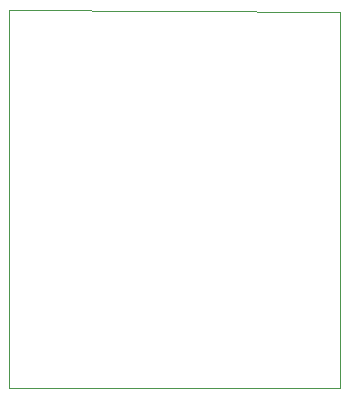
<source format=gbr>
%TF.GenerationSoftware,KiCad,Pcbnew,(6.0.11-0)*%
%TF.CreationDate,2023-11-21T01:04:19-06:00*%
%TF.ProjectId,Untitled,556e7469-746c-4656-942e-6b696361645f,rev?*%
%TF.SameCoordinates,Original*%
%TF.FileFunction,Profile,NP*%
%FSLAX46Y46*%
G04 Gerber Fmt 4.6, Leading zero omitted, Abs format (unit mm)*
G04 Created by KiCad (PCBNEW (6.0.11-0)) date 2023-11-21 01:04:19*
%MOMM*%
%LPD*%
G01*
G04 APERTURE LIST*
%TA.AperFunction,Profile*%
%ADD10C,0.100000*%
%TD*%
G04 APERTURE END LIST*
D10*
X90000000Y-97800000D02*
X90000000Y-66000000D01*
X62000000Y-97800000D02*
X90000000Y-97800000D01*
X62000000Y-65800000D02*
X62000000Y-97800000D01*
X90000000Y-66000000D02*
X62000000Y-65800000D01*
M02*

</source>
